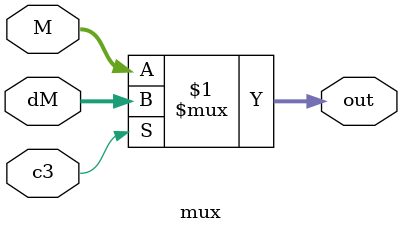
<source format=v>
module mux (
    input c3,
    input [8:0]M, dM,
    output [8:0] out
);
    assign out = (c3) ? dM : M;

endmodule

</source>
